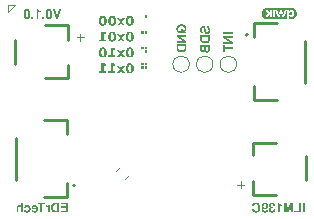
<source format=gbr>
%TF.GenerationSoftware,KiCad,Pcbnew,9.0.1-9.0.1-0~ubuntu24.04.1*%
%TF.CreationDate,2025-05-10T10:43:36+02:00*%
%TF.ProjectId,ILM139C,494c4d31-3339-4432-9e6b-696361645f70,V0.1.0*%
%TF.SameCoordinates,Original*%
%TF.FileFunction,Legend,Bot*%
%TF.FilePolarity,Positive*%
%FSLAX46Y46*%
G04 Gerber Fmt 4.6, Leading zero omitted, Abs format (unit mm)*
G04 Created by KiCad (PCBNEW 9.0.1-9.0.1-0~ubuntu24.04.1) date 2025-05-10 10:43:36*
%MOMM*%
%LPD*%
G01*
G04 APERTURE LIST*
%ADD10C,0.100000*%
%ADD11C,0.200000*%
%ADD12C,0.120000*%
%ADD13C,0.250000*%
%ADD14C,0.000000*%
G04 APERTURE END LIST*
D10*
X90050000Y-51958501D02*
X90650000Y-51958501D01*
X90650000Y-51958501D02*
X90050000Y-52558501D01*
X109750000Y-67458501D02*
X109750000Y-66858501D01*
X90050000Y-52558501D02*
X90050000Y-51958501D01*
X95850000Y-54658501D02*
X96450000Y-54658501D01*
X96150000Y-54958501D02*
X96150000Y-54358501D01*
X109450000Y-67158501D02*
X110050000Y-67158501D01*
D11*
G36*
X106565161Y-54356973D02*
G01*
X106531791Y-54355193D01*
X106500555Y-54350338D01*
X106472728Y-54342855D01*
X106446909Y-54332628D01*
X106423804Y-54320110D01*
X106402642Y-54305066D01*
X106366531Y-54267876D01*
X106338014Y-54220331D01*
X106317352Y-54160987D01*
X106305605Y-54088014D01*
X106303528Y-54036624D01*
X106305080Y-53993772D01*
X106309694Y-53953816D01*
X106316900Y-53918432D01*
X106326784Y-53885828D01*
X106338667Y-53857357D01*
X106352891Y-53831541D01*
X106368723Y-53809285D01*
X106386628Y-53789587D01*
X106406045Y-53772892D01*
X106427353Y-53758729D01*
X106475203Y-53738272D01*
X106530919Y-53728342D01*
X106554023Y-53727510D01*
X106586634Y-53729102D01*
X106616228Y-53733987D01*
X106639932Y-53741159D01*
X106661518Y-53751136D01*
X106679987Y-53763189D01*
X106696761Y-53777923D01*
X106725689Y-53816024D01*
X106750107Y-53869674D01*
X106770570Y-53946106D01*
X106772718Y-53957099D01*
X106794993Y-54071355D01*
X106805330Y-54117222D01*
X106817535Y-54154096D01*
X106828416Y-54176555D01*
X106840900Y-54194389D01*
X106853096Y-54206236D01*
X106866786Y-54215023D01*
X106898160Y-54223979D01*
X106913304Y-54224789D01*
X106931232Y-54223243D01*
X106947760Y-54218679D01*
X106975885Y-54201343D01*
X106998363Y-54172702D01*
X107014528Y-54131229D01*
X107022315Y-54075280D01*
X107022628Y-54060169D01*
X107021074Y-54026097D01*
X107016455Y-53995363D01*
X107009492Y-53969913D01*
X106999996Y-53947417D01*
X106988870Y-53929097D01*
X106975612Y-53913431D01*
X106960890Y-53900903D01*
X106944267Y-53890892D01*
X106905367Y-53878531D01*
X106887610Y-53876499D01*
X106887610Y-53712954D01*
X106921844Y-53716500D01*
X106953882Y-53723012D01*
X106982551Y-53732021D01*
X107009141Y-53743695D01*
X107033006Y-53757586D01*
X107054852Y-53773938D01*
X107092133Y-53813556D01*
X107121497Y-53863193D01*
X107142704Y-53924117D01*
X107154782Y-53997930D01*
X107157010Y-54051181D01*
X107155458Y-54095988D01*
X107150846Y-54137937D01*
X107143612Y-54175397D01*
X107133685Y-54210067D01*
X107121719Y-54240557D01*
X107107393Y-54268351D01*
X107091460Y-54292445D01*
X107073443Y-54313928D01*
X107053998Y-54332231D01*
X107032674Y-54347960D01*
X107009817Y-54360910D01*
X106985208Y-54371242D01*
X106930554Y-54383877D01*
X106893228Y-54386087D01*
X106860211Y-54384508D01*
X106830045Y-54379712D01*
X106805160Y-54372536D01*
X106782445Y-54362590D01*
X106762867Y-54350557D01*
X106745106Y-54335923D01*
X106714831Y-54298694D01*
X106690061Y-54247815D01*
X106670535Y-54178092D01*
X106668915Y-54169932D01*
X106644393Y-54042242D01*
X106631629Y-53985905D01*
X106617647Y-53944127D01*
X106607245Y-53923830D01*
X106595456Y-53908556D01*
X106584200Y-53899236D01*
X106571513Y-53892847D01*
X106538392Y-53887685D01*
X106520931Y-53889229D01*
X106504862Y-53893784D01*
X106477718Y-53911060D01*
X106456653Y-53939397D01*
X106442651Y-53979908D01*
X106437959Y-54028808D01*
X106439514Y-54061633D01*
X106444144Y-54091114D01*
X106451083Y-54115260D01*
X106460548Y-54136488D01*
X106471615Y-54153619D01*
X106484810Y-54168146D01*
X106499528Y-54179661D01*
X106516167Y-54188694D01*
X106555537Y-54199250D01*
X106565161Y-54200169D01*
X106565161Y-54356973D01*
G37*
G36*
X107132000Y-54828948D02*
G01*
X107130418Y-54876433D01*
X107125597Y-54919326D01*
X107118525Y-54953784D01*
X107108741Y-54985134D01*
X107097148Y-55011691D01*
X107083081Y-55035956D01*
X107048217Y-55077477D01*
X107036842Y-55087699D01*
X106982436Y-55125231D01*
X106917344Y-55154870D01*
X106841738Y-55175406D01*
X106756270Y-55185446D01*
X106723479Y-55186226D01*
X106677777Y-55184673D01*
X106633758Y-55180055D01*
X106592296Y-55172587D01*
X106552792Y-55162274D01*
X106516291Y-55149525D01*
X106481962Y-55134177D01*
X106450855Y-55116841D01*
X106422077Y-55097154D01*
X106410115Y-55087699D01*
X106389164Y-55067848D01*
X106371040Y-55046135D01*
X106356331Y-55023519D01*
X106344031Y-54998802D01*
X106326210Y-54941543D01*
X106317052Y-54868405D01*
X106316033Y-54828948D01*
X106456033Y-54828948D01*
X106457598Y-54856968D01*
X106462298Y-54882734D01*
X106469505Y-54904711D01*
X106479448Y-54924736D01*
X106491651Y-54942222D01*
X106506417Y-54957892D01*
X106544028Y-54983988D01*
X106594720Y-55003444D01*
X106662136Y-55015373D01*
X106724602Y-55018236D01*
X106771299Y-55016672D01*
X106813488Y-55011977D01*
X106847887Y-55005000D01*
X106878589Y-54995436D01*
X106903479Y-54984399D01*
X106925278Y-54971184D01*
X106942904Y-54956823D01*
X106957825Y-54940546D01*
X106979117Y-54903400D01*
X106990331Y-54858252D01*
X106992048Y-54828948D01*
X106992048Y-54677762D01*
X106456033Y-54677762D01*
X106456033Y-54828948D01*
X106316033Y-54828948D01*
X106316033Y-54509771D01*
X107132000Y-54509771D01*
X107132000Y-54828948D01*
G37*
G36*
X107132000Y-55690881D02*
G01*
X107130408Y-55736412D01*
X107125519Y-55776995D01*
X107118488Y-55808563D01*
X107108744Y-55837166D01*
X107097131Y-55861447D01*
X107082978Y-55883740D01*
X107072648Y-55896973D01*
X107036183Y-55930957D01*
X106989482Y-55957792D01*
X106963490Y-55967389D01*
X106936647Y-55973935D01*
X106897184Y-55977573D01*
X106871124Y-55975999D01*
X106846231Y-55971235D01*
X106823503Y-55963651D01*
X106801742Y-55953046D01*
X106760951Y-55922563D01*
X106721991Y-55877291D01*
X106699445Y-55842067D01*
X106676282Y-55875330D01*
X106653169Y-55902204D01*
X106633692Y-55919869D01*
X106613551Y-55933629D01*
X106594154Y-55943022D01*
X106573680Y-55949450D01*
X106531211Y-55954077D01*
X106484531Y-55948029D01*
X106437618Y-55929603D01*
X106415223Y-55915812D01*
X106394422Y-55899325D01*
X106375433Y-55880169D01*
X106358522Y-55858086D01*
X106344606Y-55834403D01*
X106326063Y-55783671D01*
X106316992Y-55720724D01*
X106316033Y-55687510D01*
X106316033Y-55674077D01*
X106456033Y-55674077D01*
X106457591Y-55702450D01*
X106462246Y-55727007D01*
X106468943Y-55745580D01*
X106478034Y-55761108D01*
X106488444Y-55772643D01*
X106500827Y-55781592D01*
X106530893Y-55791591D01*
X106548064Y-55792779D01*
X106567933Y-55791219D01*
X106585443Y-55786552D01*
X106599399Y-55779570D01*
X106611361Y-55770014D01*
X106629051Y-55743741D01*
X106639274Y-55705155D01*
X106640076Y-55692004D01*
X106781169Y-55692004D01*
X106782730Y-55719915D01*
X106787406Y-55744356D01*
X106794205Y-55763223D01*
X106803470Y-55779270D01*
X106814226Y-55791578D01*
X106827077Y-55801432D01*
X106858606Y-55813615D01*
X106887170Y-55816324D01*
X106908902Y-55814765D01*
X106928156Y-55810107D01*
X106943621Y-55803134D01*
X106956973Y-55793598D01*
X106976820Y-55767824D01*
X106988836Y-55731003D01*
X106992048Y-55692004D01*
X106992048Y-55491530D01*
X106781169Y-55491530D01*
X106781169Y-55692004D01*
X106640076Y-55692004D01*
X106641169Y-55674077D01*
X106641169Y-55491530D01*
X106456033Y-55491530D01*
X106456033Y-55674077D01*
X106316033Y-55674077D01*
X106316033Y-55323540D01*
X107132000Y-55323540D01*
X107132000Y-55690881D01*
G37*
G36*
X108266033Y-54395479D02*
G01*
X108266033Y-54227489D01*
X109082000Y-54227489D01*
X109082000Y-54395479D01*
X108266033Y-54395479D01*
G37*
G36*
X109082000Y-55040329D02*
G01*
X109082000Y-55208319D01*
X108266033Y-55208319D01*
X108266033Y-55040329D01*
X108821197Y-55040329D01*
X108266033Y-54716610D01*
X108266033Y-54544174D01*
X109082000Y-54544174D01*
X109082000Y-54712164D01*
X108517896Y-54712164D01*
X109082000Y-55040329D01*
G37*
G36*
X108406033Y-55707356D02*
G01*
X108406033Y-55945884D01*
X108266033Y-55945884D01*
X108266033Y-55291801D01*
X108406033Y-55291801D01*
X108406033Y-55539366D01*
X109082000Y-55539366D01*
X109082000Y-55707356D01*
X108406033Y-55707356D01*
G37*
G36*
X101847906Y-52799378D02*
G01*
X101629308Y-52799378D01*
X101629308Y-53017976D01*
X101847906Y-53017976D01*
X101847906Y-52799378D01*
G37*
G36*
X100422558Y-52847718D02*
G01*
X100478278Y-52861460D01*
X100526932Y-52883509D01*
X100569618Y-52913857D01*
X100607054Y-52953105D01*
X100636630Y-52997460D01*
X100660633Y-53049665D01*
X100678760Y-53110950D01*
X100690365Y-53182778D01*
X100694493Y-53266810D01*
X100690370Y-53350569D01*
X100678774Y-53422216D01*
X100660654Y-53483398D01*
X100636648Y-53535563D01*
X100607054Y-53579930D01*
X100569618Y-53619178D01*
X100526932Y-53649526D01*
X100478278Y-53671574D01*
X100422558Y-53685316D01*
X100358366Y-53690132D01*
X100294439Y-53685323D01*
X100238898Y-53671596D01*
X100190350Y-53649557D01*
X100147709Y-53619205D01*
X100110264Y-53579930D01*
X100080671Y-53535563D01*
X100056665Y-53483398D01*
X100038545Y-53422216D01*
X100026949Y-53350569D01*
X100022825Y-53266810D01*
X100022921Y-53264856D01*
X100233216Y-53264856D01*
X100237404Y-53369275D01*
X100247920Y-53438910D01*
X100262183Y-53482916D01*
X100279626Y-53511352D01*
X100300961Y-53530633D01*
X100326741Y-53542246D01*
X100358366Y-53546322D01*
X100390278Y-53542232D01*
X100416228Y-53530598D01*
X100437641Y-53511313D01*
X100455086Y-53482916D01*
X100469350Y-53438910D01*
X100479865Y-53369275D01*
X100484054Y-53264856D01*
X100479864Y-53161568D01*
X100469349Y-53092744D01*
X100455086Y-53049288D01*
X100437689Y-53021321D01*
X100416303Y-53002279D01*
X100390338Y-52990765D01*
X100358366Y-52986713D01*
X100326399Y-52990769D01*
X100300491Y-53002287D01*
X100279201Y-53021326D01*
X100261939Y-53049288D01*
X100247800Y-53092732D01*
X100237371Y-53161556D01*
X100233216Y-53264856D01*
X100022921Y-53264856D01*
X100026954Y-53182778D01*
X100038559Y-53110950D01*
X100056686Y-53049665D01*
X100080689Y-52997460D01*
X100110264Y-52953105D01*
X100147709Y-52913830D01*
X100190350Y-52883478D01*
X100238898Y-52861439D01*
X100294439Y-52847711D01*
X100358366Y-52842902D01*
X100422558Y-52847718D01*
G37*
G36*
X99720160Y-53360990D02*
G01*
X99940906Y-53061744D01*
X99733788Y-53061744D01*
X99608638Y-53243363D01*
X99481876Y-53061744D01*
X99274758Y-53061744D01*
X99495554Y-53359916D01*
X99263816Y-53674501D01*
X99470934Y-53674501D01*
X99608638Y-53480816D01*
X99744731Y-53674501D01*
X99951848Y-53674501D01*
X99720160Y-53360990D01*
G37*
G36*
X98921148Y-52847718D02*
G01*
X98976868Y-52861460D01*
X99025522Y-52883509D01*
X99068208Y-52913857D01*
X99105645Y-52953105D01*
X99135220Y-52997460D01*
X99159224Y-53049665D01*
X99177350Y-53110950D01*
X99188955Y-53182778D01*
X99193084Y-53266810D01*
X99188960Y-53350569D01*
X99177364Y-53422216D01*
X99159244Y-53483398D01*
X99135238Y-53535563D01*
X99105645Y-53579930D01*
X99068208Y-53619178D01*
X99025522Y-53649526D01*
X98976868Y-53671574D01*
X98921148Y-53685316D01*
X98856957Y-53690132D01*
X98793030Y-53685323D01*
X98737489Y-53671596D01*
X98688941Y-53649557D01*
X98646300Y-53619205D01*
X98608855Y-53579930D01*
X98579261Y-53535563D01*
X98555255Y-53483398D01*
X98537135Y-53422216D01*
X98525539Y-53350569D01*
X98521416Y-53266810D01*
X98521512Y-53264856D01*
X98731807Y-53264856D01*
X98735995Y-53369275D01*
X98746511Y-53438910D01*
X98760774Y-53482916D01*
X98778216Y-53511352D01*
X98799551Y-53530633D01*
X98825331Y-53542246D01*
X98856957Y-53546322D01*
X98888868Y-53542232D01*
X98914818Y-53530598D01*
X98936231Y-53511313D01*
X98953677Y-53482916D01*
X98967940Y-53438910D01*
X98978456Y-53369275D01*
X98982644Y-53264856D01*
X98978455Y-53161568D01*
X98967939Y-53092744D01*
X98953677Y-53049288D01*
X98936280Y-53021321D01*
X98914893Y-53002279D01*
X98888928Y-52990765D01*
X98856957Y-52986713D01*
X98824989Y-52990769D01*
X98799081Y-53002287D01*
X98777792Y-53021326D01*
X98760530Y-53049288D01*
X98746390Y-53092732D01*
X98735962Y-53161556D01*
X98731807Y-53264856D01*
X98521512Y-53264856D01*
X98525544Y-53182778D01*
X98537149Y-53110950D01*
X98555276Y-53049665D01*
X98579279Y-52997460D01*
X98608855Y-52953105D01*
X98646300Y-52913830D01*
X98688941Y-52883478D01*
X98737489Y-52861439D01*
X98793030Y-52847711D01*
X98856957Y-52842902D01*
X98921148Y-52847718D01*
G37*
G36*
X98141916Y-52847718D02*
G01*
X98197636Y-52861460D01*
X98246290Y-52883509D01*
X98288976Y-52913857D01*
X98326412Y-52953105D01*
X98355988Y-52997460D01*
X98379991Y-53049665D01*
X98398118Y-53110950D01*
X98409723Y-53182778D01*
X98413851Y-53266810D01*
X98409728Y-53350569D01*
X98398132Y-53422216D01*
X98380012Y-53483398D01*
X98356006Y-53535563D01*
X98326412Y-53579930D01*
X98288976Y-53619178D01*
X98246290Y-53649526D01*
X98197636Y-53671574D01*
X98141916Y-53685316D01*
X98077724Y-53690132D01*
X98013797Y-53685323D01*
X97958256Y-53671596D01*
X97909708Y-53649557D01*
X97867067Y-53619205D01*
X97829622Y-53579930D01*
X97800029Y-53535563D01*
X97776023Y-53483398D01*
X97757903Y-53422216D01*
X97746307Y-53350569D01*
X97742183Y-53266810D01*
X97742279Y-53264856D01*
X97952574Y-53264856D01*
X97956762Y-53369275D01*
X97967278Y-53438910D01*
X97981541Y-53482916D01*
X97998984Y-53511352D01*
X98020319Y-53530633D01*
X98046099Y-53542246D01*
X98077724Y-53546322D01*
X98109636Y-53542232D01*
X98135586Y-53530598D01*
X98156999Y-53511313D01*
X98174444Y-53482916D01*
X98188708Y-53438910D01*
X98199223Y-53369275D01*
X98203412Y-53264856D01*
X98199222Y-53161568D01*
X98188707Y-53092744D01*
X98174444Y-53049288D01*
X98157047Y-53021321D01*
X98135661Y-53002279D01*
X98109696Y-52990765D01*
X98077724Y-52986713D01*
X98045757Y-52990769D01*
X98019849Y-53002287D01*
X97998559Y-53021326D01*
X97981297Y-53049288D01*
X97967158Y-53092732D01*
X97956729Y-53161556D01*
X97952574Y-53264856D01*
X97742279Y-53264856D01*
X97746312Y-53182778D01*
X97757917Y-53110950D01*
X97776044Y-53049665D01*
X97800047Y-52997460D01*
X97829622Y-52953105D01*
X97867067Y-52913830D01*
X97909708Y-52883478D01*
X97958256Y-52861439D01*
X98013797Y-52847711D01*
X98077724Y-52842902D01*
X98141916Y-52847718D01*
G37*
G36*
X101847906Y-54143378D02*
G01*
X101629308Y-54143378D01*
X101629308Y-54361976D01*
X101847906Y-54361976D01*
X101847906Y-54143378D01*
G37*
G36*
X101519985Y-54143378D02*
G01*
X101301388Y-54143378D01*
X101301388Y-54361976D01*
X101519985Y-54361976D01*
X101519985Y-54143378D01*
G37*
G36*
X100422558Y-54191718D02*
G01*
X100478278Y-54205460D01*
X100526932Y-54227509D01*
X100569618Y-54257857D01*
X100607054Y-54297105D01*
X100636630Y-54341460D01*
X100660633Y-54393665D01*
X100678760Y-54454950D01*
X100690365Y-54526778D01*
X100694493Y-54610810D01*
X100690370Y-54694569D01*
X100678774Y-54766216D01*
X100660654Y-54827398D01*
X100636648Y-54879563D01*
X100607054Y-54923930D01*
X100569618Y-54963178D01*
X100526932Y-54993526D01*
X100478278Y-55015574D01*
X100422558Y-55029316D01*
X100358366Y-55034132D01*
X100294439Y-55029323D01*
X100238898Y-55015596D01*
X100190350Y-54993557D01*
X100147709Y-54963205D01*
X100110264Y-54923930D01*
X100080671Y-54879563D01*
X100056665Y-54827398D01*
X100038545Y-54766216D01*
X100026949Y-54694569D01*
X100022825Y-54610810D01*
X100022921Y-54608856D01*
X100233216Y-54608856D01*
X100237404Y-54713275D01*
X100247920Y-54782910D01*
X100262183Y-54826916D01*
X100279626Y-54855352D01*
X100300961Y-54874633D01*
X100326741Y-54886246D01*
X100358366Y-54890322D01*
X100390278Y-54886232D01*
X100416228Y-54874598D01*
X100437641Y-54855313D01*
X100455086Y-54826916D01*
X100469350Y-54782910D01*
X100479865Y-54713275D01*
X100484054Y-54608856D01*
X100479864Y-54505568D01*
X100469349Y-54436744D01*
X100455086Y-54393288D01*
X100437689Y-54365321D01*
X100416303Y-54346279D01*
X100390338Y-54334765D01*
X100358366Y-54330713D01*
X100326399Y-54334769D01*
X100300491Y-54346287D01*
X100279201Y-54365326D01*
X100261939Y-54393288D01*
X100247800Y-54436732D01*
X100237371Y-54505556D01*
X100233216Y-54608856D01*
X100022921Y-54608856D01*
X100026954Y-54526778D01*
X100038559Y-54454950D01*
X100056686Y-54393665D01*
X100080689Y-54341460D01*
X100110264Y-54297105D01*
X100147709Y-54257830D01*
X100190350Y-54227478D01*
X100238898Y-54205439D01*
X100294439Y-54191711D01*
X100358366Y-54186902D01*
X100422558Y-54191718D01*
G37*
G36*
X99720160Y-54704990D02*
G01*
X99940906Y-54405744D01*
X99733788Y-54405744D01*
X99608638Y-54587363D01*
X99481876Y-54405744D01*
X99274758Y-54405744D01*
X99495554Y-54703916D01*
X99263816Y-55018501D01*
X99470934Y-55018501D01*
X99608638Y-54824816D01*
X99744731Y-55018501D01*
X99951848Y-55018501D01*
X99720160Y-54704990D01*
G37*
G36*
X98921148Y-54191718D02*
G01*
X98976868Y-54205460D01*
X99025522Y-54227509D01*
X99068208Y-54257857D01*
X99105645Y-54297105D01*
X99135220Y-54341460D01*
X99159224Y-54393665D01*
X99177350Y-54454950D01*
X99188955Y-54526778D01*
X99193084Y-54610810D01*
X99188960Y-54694569D01*
X99177364Y-54766216D01*
X99159244Y-54827398D01*
X99135238Y-54879563D01*
X99105645Y-54923930D01*
X99068208Y-54963178D01*
X99025522Y-54993526D01*
X98976868Y-55015574D01*
X98921148Y-55029316D01*
X98856957Y-55034132D01*
X98793030Y-55029323D01*
X98737489Y-55015596D01*
X98688941Y-54993557D01*
X98646300Y-54963205D01*
X98608855Y-54923930D01*
X98579261Y-54879563D01*
X98555255Y-54827398D01*
X98537135Y-54766216D01*
X98525539Y-54694569D01*
X98521416Y-54610810D01*
X98521512Y-54608856D01*
X98731807Y-54608856D01*
X98735995Y-54713275D01*
X98746511Y-54782910D01*
X98760774Y-54826916D01*
X98778216Y-54855352D01*
X98799551Y-54874633D01*
X98825331Y-54886246D01*
X98856957Y-54890322D01*
X98888868Y-54886232D01*
X98914818Y-54874598D01*
X98936231Y-54855313D01*
X98953677Y-54826916D01*
X98967940Y-54782910D01*
X98978456Y-54713275D01*
X98982644Y-54608856D01*
X98978455Y-54505568D01*
X98967939Y-54436744D01*
X98953677Y-54393288D01*
X98936280Y-54365321D01*
X98914893Y-54346279D01*
X98888928Y-54334765D01*
X98856957Y-54330713D01*
X98824989Y-54334769D01*
X98799081Y-54346287D01*
X98777792Y-54365326D01*
X98760530Y-54393288D01*
X98746390Y-54436732D01*
X98735962Y-54505556D01*
X98731807Y-54608856D01*
X98521512Y-54608856D01*
X98525544Y-54526778D01*
X98537149Y-54454950D01*
X98555276Y-54393665D01*
X98579279Y-54341460D01*
X98608855Y-54297105D01*
X98646300Y-54257830D01*
X98688941Y-54227478D01*
X98737489Y-54205439D01*
X98793030Y-54191711D01*
X98856957Y-54186902D01*
X98921148Y-54191718D01*
G37*
G36*
X98336231Y-54871564D02*
G01*
X98150411Y-54871564D01*
X98150411Y-54346344D01*
X98341165Y-54386986D01*
X98341165Y-54243176D01*
X98151534Y-54202534D01*
X97951500Y-54202534D01*
X97951500Y-54871564D01*
X97765680Y-54871564D01*
X97765680Y-55018501D01*
X98336231Y-55018501D01*
X98336231Y-54871564D01*
G37*
G36*
X101847906Y-55487378D02*
G01*
X101629308Y-55487378D01*
X101629308Y-55705976D01*
X101847906Y-55705976D01*
X101847906Y-55487378D01*
G37*
G36*
X101847906Y-55778125D02*
G01*
X101629308Y-55778125D01*
X101629308Y-55996722D01*
X101847906Y-55996722D01*
X101847906Y-55778125D01*
G37*
G36*
X101519985Y-55487378D02*
G01*
X101301388Y-55487378D01*
X101301388Y-55705976D01*
X101519985Y-55705976D01*
X101519985Y-55487378D01*
G37*
G36*
X100422558Y-55535718D02*
G01*
X100478278Y-55549460D01*
X100526932Y-55571509D01*
X100569618Y-55601857D01*
X100607054Y-55641105D01*
X100636630Y-55685460D01*
X100660633Y-55737665D01*
X100678760Y-55798950D01*
X100690365Y-55870778D01*
X100694493Y-55954810D01*
X100690370Y-56038569D01*
X100678774Y-56110216D01*
X100660654Y-56171398D01*
X100636648Y-56223563D01*
X100607054Y-56267930D01*
X100569618Y-56307178D01*
X100526932Y-56337526D01*
X100478278Y-56359574D01*
X100422558Y-56373316D01*
X100358366Y-56378132D01*
X100294439Y-56373323D01*
X100238898Y-56359596D01*
X100190350Y-56337557D01*
X100147709Y-56307205D01*
X100110264Y-56267930D01*
X100080671Y-56223563D01*
X100056665Y-56171398D01*
X100038545Y-56110216D01*
X100026949Y-56038569D01*
X100022825Y-55954810D01*
X100022921Y-55952856D01*
X100233216Y-55952856D01*
X100237404Y-56057275D01*
X100247920Y-56126910D01*
X100262183Y-56170916D01*
X100279626Y-56199352D01*
X100300961Y-56218633D01*
X100326741Y-56230246D01*
X100358366Y-56234322D01*
X100390278Y-56230232D01*
X100416228Y-56218598D01*
X100437641Y-56199313D01*
X100455086Y-56170916D01*
X100469350Y-56126910D01*
X100479865Y-56057275D01*
X100484054Y-55952856D01*
X100479864Y-55849568D01*
X100469349Y-55780744D01*
X100455086Y-55737288D01*
X100437689Y-55709321D01*
X100416303Y-55690279D01*
X100390338Y-55678765D01*
X100358366Y-55674713D01*
X100326399Y-55678769D01*
X100300491Y-55690287D01*
X100279201Y-55709326D01*
X100261939Y-55737288D01*
X100247800Y-55780732D01*
X100237371Y-55849556D01*
X100233216Y-55952856D01*
X100022921Y-55952856D01*
X100026954Y-55870778D01*
X100038559Y-55798950D01*
X100056686Y-55737665D01*
X100080689Y-55685460D01*
X100110264Y-55641105D01*
X100147709Y-55601830D01*
X100190350Y-55571478D01*
X100238898Y-55549439D01*
X100294439Y-55535711D01*
X100358366Y-55530902D01*
X100422558Y-55535718D01*
G37*
G36*
X99720160Y-56048990D02*
G01*
X99940906Y-55749744D01*
X99733788Y-55749744D01*
X99608638Y-55931363D01*
X99481876Y-55749744D01*
X99274758Y-55749744D01*
X99495554Y-56047916D01*
X99263816Y-56362501D01*
X99470934Y-56362501D01*
X99608638Y-56168816D01*
X99744731Y-56362501D01*
X99951848Y-56362501D01*
X99720160Y-56048990D01*
G37*
G36*
X99115463Y-56215564D02*
G01*
X98929643Y-56215564D01*
X98929643Y-55690344D01*
X99120397Y-55730986D01*
X99120397Y-55587176D01*
X98930767Y-55546534D01*
X98730732Y-55546534D01*
X98730732Y-56215564D01*
X98544912Y-56215564D01*
X98544912Y-56362501D01*
X99115463Y-56362501D01*
X99115463Y-56215564D01*
G37*
G36*
X98141916Y-55535718D02*
G01*
X98197636Y-55549460D01*
X98246290Y-55571509D01*
X98288976Y-55601857D01*
X98326412Y-55641105D01*
X98355988Y-55685460D01*
X98379991Y-55737665D01*
X98398118Y-55798950D01*
X98409723Y-55870778D01*
X98413851Y-55954810D01*
X98409728Y-56038569D01*
X98398132Y-56110216D01*
X98380012Y-56171398D01*
X98356006Y-56223563D01*
X98326412Y-56267930D01*
X98288976Y-56307178D01*
X98246290Y-56337526D01*
X98197636Y-56359574D01*
X98141916Y-56373316D01*
X98077724Y-56378132D01*
X98013797Y-56373323D01*
X97958256Y-56359596D01*
X97909708Y-56337557D01*
X97867067Y-56307205D01*
X97829622Y-56267930D01*
X97800029Y-56223563D01*
X97776023Y-56171398D01*
X97757903Y-56110216D01*
X97746307Y-56038569D01*
X97742183Y-55954810D01*
X97742279Y-55952856D01*
X97952574Y-55952856D01*
X97956762Y-56057275D01*
X97967278Y-56126910D01*
X97981541Y-56170916D01*
X97998984Y-56199352D01*
X98020319Y-56218633D01*
X98046099Y-56230246D01*
X98077724Y-56234322D01*
X98109636Y-56230232D01*
X98135586Y-56218598D01*
X98156999Y-56199313D01*
X98174444Y-56170916D01*
X98188708Y-56126910D01*
X98199223Y-56057275D01*
X98203412Y-55952856D01*
X98199222Y-55849568D01*
X98188707Y-55780744D01*
X98174444Y-55737288D01*
X98157047Y-55709321D01*
X98135661Y-55690279D01*
X98109696Y-55678765D01*
X98077724Y-55674713D01*
X98045757Y-55678769D01*
X98019849Y-55690287D01*
X97998559Y-55709326D01*
X97981297Y-55737288D01*
X97967158Y-55780732D01*
X97956729Y-55849556D01*
X97952574Y-55952856D01*
X97742279Y-55952856D01*
X97746312Y-55870778D01*
X97757917Y-55798950D01*
X97776044Y-55737665D01*
X97800047Y-55685460D01*
X97829622Y-55641105D01*
X97867067Y-55601830D01*
X97909708Y-55571478D01*
X97958256Y-55549439D01*
X98013797Y-55535711D01*
X98077724Y-55530902D01*
X98141916Y-55535718D01*
G37*
G36*
X101847906Y-56831378D02*
G01*
X101629308Y-56831378D01*
X101629308Y-57049976D01*
X101847906Y-57049976D01*
X101847906Y-56831378D01*
G37*
G36*
X101847906Y-57122125D02*
G01*
X101629308Y-57122125D01*
X101629308Y-57340722D01*
X101847906Y-57340722D01*
X101847906Y-57122125D01*
G37*
G36*
X101519985Y-56831378D02*
G01*
X101301388Y-56831378D01*
X101301388Y-57049976D01*
X101519985Y-57049976D01*
X101519985Y-56831378D01*
G37*
G36*
X101519985Y-57122125D02*
G01*
X101301388Y-57122125D01*
X101301388Y-57340722D01*
X101519985Y-57340722D01*
X101519985Y-57122125D01*
G37*
G36*
X100422558Y-56879718D02*
G01*
X100478278Y-56893460D01*
X100526932Y-56915509D01*
X100569618Y-56945857D01*
X100607054Y-56985105D01*
X100636630Y-57029460D01*
X100660633Y-57081665D01*
X100678760Y-57142950D01*
X100690365Y-57214778D01*
X100694493Y-57298810D01*
X100690370Y-57382569D01*
X100678774Y-57454216D01*
X100660654Y-57515398D01*
X100636648Y-57567563D01*
X100607054Y-57611930D01*
X100569618Y-57651178D01*
X100526932Y-57681526D01*
X100478278Y-57703574D01*
X100422558Y-57717316D01*
X100358366Y-57722132D01*
X100294439Y-57717323D01*
X100238898Y-57703596D01*
X100190350Y-57681557D01*
X100147709Y-57651205D01*
X100110264Y-57611930D01*
X100080671Y-57567563D01*
X100056665Y-57515398D01*
X100038545Y-57454216D01*
X100026949Y-57382569D01*
X100022825Y-57298810D01*
X100022921Y-57296856D01*
X100233216Y-57296856D01*
X100237404Y-57401275D01*
X100247920Y-57470910D01*
X100262183Y-57514916D01*
X100279626Y-57543352D01*
X100300961Y-57562633D01*
X100326741Y-57574246D01*
X100358366Y-57578322D01*
X100390278Y-57574232D01*
X100416228Y-57562598D01*
X100437641Y-57543313D01*
X100455086Y-57514916D01*
X100469350Y-57470910D01*
X100479865Y-57401275D01*
X100484054Y-57296856D01*
X100479864Y-57193568D01*
X100469349Y-57124744D01*
X100455086Y-57081288D01*
X100437689Y-57053321D01*
X100416303Y-57034279D01*
X100390338Y-57022765D01*
X100358366Y-57018713D01*
X100326399Y-57022769D01*
X100300491Y-57034287D01*
X100279201Y-57053326D01*
X100261939Y-57081288D01*
X100247800Y-57124732D01*
X100237371Y-57193556D01*
X100233216Y-57296856D01*
X100022921Y-57296856D01*
X100026954Y-57214778D01*
X100038559Y-57142950D01*
X100056686Y-57081665D01*
X100080689Y-57029460D01*
X100110264Y-56985105D01*
X100147709Y-56945830D01*
X100190350Y-56915478D01*
X100238898Y-56893439D01*
X100294439Y-56879711D01*
X100358366Y-56874902D01*
X100422558Y-56879718D01*
G37*
G36*
X99720160Y-57392990D02*
G01*
X99940906Y-57093744D01*
X99733788Y-57093744D01*
X99608638Y-57275363D01*
X99481876Y-57093744D01*
X99274758Y-57093744D01*
X99495554Y-57391916D01*
X99263816Y-57706501D01*
X99470934Y-57706501D01*
X99608638Y-57512816D01*
X99744731Y-57706501D01*
X99951848Y-57706501D01*
X99720160Y-57392990D01*
G37*
G36*
X99115463Y-57559564D02*
G01*
X98929643Y-57559564D01*
X98929643Y-57034344D01*
X99120397Y-57074986D01*
X99120397Y-56931176D01*
X98930767Y-56890534D01*
X98730732Y-56890534D01*
X98730732Y-57559564D01*
X98544912Y-57559564D01*
X98544912Y-57706501D01*
X99115463Y-57706501D01*
X99115463Y-57559564D01*
G37*
G36*
X98336231Y-57559564D02*
G01*
X98150411Y-57559564D01*
X98150411Y-57034344D01*
X98341165Y-57074986D01*
X98341165Y-56931176D01*
X98151534Y-56890534D01*
X97951500Y-56890534D01*
X97951500Y-57559564D01*
X97765680Y-57559564D01*
X97765680Y-57706501D01*
X98336231Y-57706501D01*
X98336231Y-57559564D01*
G37*
G36*
X115006182Y-68674534D02*
G01*
X115174172Y-68674534D01*
X115174172Y-69490501D01*
X115006182Y-69490501D01*
X115006182Y-68674534D01*
G37*
G36*
X114676063Y-68674534D02*
G01*
X114844054Y-68674534D01*
X114844054Y-69490501D01*
X114285177Y-69490501D01*
X114285177Y-69350549D01*
X114676063Y-69350549D01*
X114676063Y-68674534D01*
G37*
G36*
X114020369Y-68854785D02*
G01*
X113873677Y-69490501D01*
X113705638Y-69490501D01*
X113561192Y-68854785D01*
X113561192Y-69490501D01*
X113393202Y-69490501D01*
X113393202Y-68674534D01*
X113646287Y-68674534D01*
X113789657Y-69323731D01*
X113937473Y-68674534D01*
X114188359Y-68674534D01*
X114188359Y-69490501D01*
X114020369Y-69490501D01*
X114020369Y-68854785D01*
G37*
G36*
X113063328Y-68942859D02*
G01*
X113063328Y-69490501D01*
X112906524Y-69490501D01*
X112906524Y-68696467D01*
X113010669Y-68696467D01*
X113018536Y-68720313D01*
X113029063Y-68742001D01*
X113041693Y-68760821D01*
X113056767Y-68777627D01*
X113094075Y-68805087D01*
X113142644Y-68824931D01*
X113205106Y-68836468D01*
X113253691Y-68838714D01*
X113253691Y-68942859D01*
X113063328Y-68942859D01*
G37*
G36*
X112464689Y-69135567D02*
G01*
X112406589Y-69136544D01*
X112372853Y-69143383D01*
X112354518Y-69150033D01*
X112338030Y-69159256D01*
X112311063Y-69184806D01*
X112293410Y-69218598D01*
X112288570Y-69238102D01*
X112286660Y-69258990D01*
X112286636Y-69261694D01*
X112288166Y-69282697D01*
X112292626Y-69302169D01*
X112299826Y-69319944D01*
X112309567Y-69335821D01*
X112335909Y-69361169D01*
X112352113Y-69370262D01*
X112370073Y-69376719D01*
X112404214Y-69381129D01*
X112427553Y-69379570D01*
X112448398Y-69374912D01*
X112465371Y-69367905D01*
X112480199Y-69358315D01*
X112502714Y-69332547D01*
X112517325Y-69296301D01*
X112522916Y-69257249D01*
X112675275Y-69257249D01*
X112673493Y-69290282D01*
X112668687Y-69321427D01*
X112661158Y-69349948D01*
X112650914Y-69376498D01*
X112638298Y-69400563D01*
X112623227Y-69422571D01*
X112605956Y-69442266D01*
X112586432Y-69459788D01*
X112540831Y-69488064D01*
X112486362Y-69506877D01*
X112422846Y-69515216D01*
X112407585Y-69515511D01*
X112371865Y-69513965D01*
X112338153Y-69509395D01*
X112307179Y-69502085D01*
X112278337Y-69492067D01*
X112252271Y-69479732D01*
X112228443Y-69464985D01*
X112207314Y-69448243D01*
X112188528Y-69429348D01*
X112172336Y-69408617D01*
X112158616Y-69385945D01*
X112138956Y-69335151D01*
X112130199Y-69277070D01*
X112129832Y-69261694D01*
X112131408Y-69231317D01*
X112136190Y-69203314D01*
X112143464Y-69179595D01*
X112153565Y-69157651D01*
X112181390Y-69119807D01*
X112221534Y-69086760D01*
X112259720Y-69065225D01*
X112231178Y-69045396D01*
X112207479Y-69024721D01*
X112190629Y-69005759D01*
X112177217Y-68985716D01*
X112167625Y-68965665D01*
X112160885Y-68944303D01*
X112155575Y-68896697D01*
X112157121Y-68868704D01*
X112161693Y-68842311D01*
X112169040Y-68818005D01*
X112179118Y-68795407D01*
X112206887Y-68755868D01*
X112244638Y-68723803D01*
X112292448Y-68699797D01*
X112350492Y-68684987D01*
X112407585Y-68680787D01*
X112441900Y-68682334D01*
X112474383Y-68686916D01*
X112504216Y-68694245D01*
X112531973Y-68704302D01*
X112556815Y-68716612D01*
X112579398Y-68731340D01*
X112599036Y-68747890D01*
X112616269Y-68766574D01*
X112630662Y-68786834D01*
X112642504Y-68808998D01*
X112646112Y-68817416D01*
X112657207Y-68851835D01*
X112663175Y-68889040D01*
X112665163Y-68946914D01*
X112519594Y-68946914D01*
X112516711Y-68902287D01*
X112510246Y-68871633D01*
X112507236Y-68863187D01*
X112489471Y-68836645D01*
X112461989Y-68817715D01*
X112425636Y-68808105D01*
X112410955Y-68807353D01*
X112390029Y-68808900D01*
X112371403Y-68813477D01*
X112356100Y-68820437D01*
X112342969Y-68829898D01*
X112323900Y-68855189D01*
X112313729Y-68890031D01*
X112312379Y-68911205D01*
X112313943Y-68935482D01*
X112318642Y-68956965D01*
X112325592Y-68973990D01*
X112335115Y-68988757D01*
X112360528Y-69010761D01*
X112396522Y-69024895D01*
X112446957Y-69030612D01*
X112451255Y-69030640D01*
X112464689Y-69030640D01*
X112464689Y-69135567D01*
G37*
G36*
X111818087Y-68682330D02*
G01*
X111848115Y-68686884D01*
X111876420Y-68694290D01*
X111903038Y-68704448D01*
X111927818Y-68717216D01*
X111950707Y-68732496D01*
X111990447Y-68770203D01*
X112021463Y-68816871D01*
X112042792Y-68871834D01*
X112049494Y-68902267D01*
X112053331Y-68934364D01*
X112054263Y-68960591D01*
X112052720Y-68995765D01*
X112048174Y-69029130D01*
X112040834Y-69060243D01*
X112030789Y-69089299D01*
X112018366Y-69115772D01*
X112003549Y-69139977D01*
X111986781Y-69161409D01*
X111967921Y-69180398D01*
X111947458Y-69196555D01*
X111925182Y-69210109D01*
X111901508Y-69220821D01*
X111876267Y-69228761D01*
X111849698Y-69233795D01*
X111821772Y-69235855D01*
X111816810Y-69235902D01*
X111766736Y-69230007D01*
X111743836Y-69222847D01*
X111723727Y-69213262D01*
X111713740Y-69206788D01*
X111697477Y-69193423D01*
X111677946Y-69172657D01*
X111664524Y-69157526D01*
X111664500Y-69157500D01*
X111666068Y-69205581D01*
X111670789Y-69247795D01*
X111677551Y-69280052D01*
X111686781Y-69307882D01*
X111697067Y-69328930D01*
X111709330Y-69346546D01*
X111722344Y-69359726D01*
X111737046Y-69370059D01*
X111770572Y-69382098D01*
X111795512Y-69384255D01*
X111816525Y-69382722D01*
X111835374Y-69378245D01*
X111851310Y-69371314D01*
X111864881Y-69361980D01*
X111875576Y-69350839D01*
X111883744Y-69337756D01*
X111889179Y-69323060D01*
X111891840Y-69306754D01*
X111891841Y-69306732D01*
X112043028Y-69306732D01*
X112040775Y-69332622D01*
X112035570Y-69357366D01*
X112016563Y-69403506D01*
X111986637Y-69444011D01*
X111946550Y-69477383D01*
X111897446Y-69501895D01*
X111869996Y-69510295D01*
X111840928Y-69515870D01*
X111800006Y-69518637D01*
X111767087Y-69517080D01*
X111736021Y-69512433D01*
X111707907Y-69505073D01*
X111681596Y-69494916D01*
X111657690Y-69482332D01*
X111635579Y-69467144D01*
X111597084Y-69429296D01*
X111573788Y-69395441D01*
X111547983Y-69339415D01*
X111526001Y-69261381D01*
X111511503Y-69163208D01*
X111507696Y-69076900D01*
X111509265Y-69019764D01*
X111513991Y-68967372D01*
X111515094Y-68960591D01*
X111667822Y-68960591D01*
X111669359Y-68986836D01*
X111673863Y-69010996D01*
X111680960Y-69032355D01*
X111690580Y-69051363D01*
X111702138Y-69067332D01*
X111715783Y-69080773D01*
X111730892Y-69091241D01*
X111747720Y-69099024D01*
X111765895Y-69103927D01*
X111785510Y-69105924D01*
X111788820Y-69105965D01*
X111808811Y-69104419D01*
X111827202Y-69099856D01*
X111843467Y-69092624D01*
X111858036Y-69082737D01*
X111881794Y-69055300D01*
X111898043Y-69016979D01*
X111905145Y-68966822D01*
X111905275Y-68958344D01*
X111903733Y-68929530D01*
X111899197Y-68903308D01*
X111892200Y-68880888D01*
X111882712Y-68861169D01*
X111871556Y-68845165D01*
X111858373Y-68831865D01*
X111843964Y-68821808D01*
X111827873Y-68814476D01*
X111791542Y-68808478D01*
X111791067Y-68808477D01*
X111770231Y-68810021D01*
X111751052Y-68814577D01*
X111734063Y-68821797D01*
X111718815Y-68831658D01*
X111693863Y-68858903D01*
X111676513Y-68896696D01*
X111668222Y-68945852D01*
X111667822Y-68960591D01*
X111515094Y-68960591D01*
X111521072Y-68923839D01*
X111530824Y-68884351D01*
X111542084Y-68851862D01*
X111555612Y-68822830D01*
X111562553Y-68810724D01*
X111579867Y-68784547D01*
X111599058Y-68761226D01*
X111619537Y-68741237D01*
X111641648Y-68724039D01*
X111665005Y-68709827D01*
X111689801Y-68698400D01*
X111743466Y-68684015D01*
X111786573Y-68680787D01*
X111818087Y-68682330D01*
G37*
G36*
X110699643Y-68951554D02*
G01*
X110704675Y-68909012D01*
X110712957Y-68872113D01*
X110722370Y-68845577D01*
X110734652Y-68820728D01*
X110754500Y-68790842D01*
X110796335Y-68745839D01*
X110846755Y-68709837D01*
X110905472Y-68683317D01*
X110972205Y-68667058D01*
X111040118Y-68662029D01*
X111078223Y-68663580D01*
X111114610Y-68668188D01*
X111148600Y-68675615D01*
X111180819Y-68685853D01*
X111210831Y-68698650D01*
X111239007Y-68714058D01*
X111265166Y-68731914D01*
X111289400Y-68752227D01*
X111332038Y-68800189D01*
X111366646Y-68858086D01*
X111392579Y-68926230D01*
X111408842Y-69004919D01*
X111414200Y-69089893D01*
X111412650Y-69136404D01*
X111408049Y-69180656D01*
X111400678Y-69221640D01*
X111390538Y-69260304D01*
X111378042Y-69295720D01*
X111363043Y-69328777D01*
X111346037Y-69358720D01*
X111326766Y-69386272D01*
X111305719Y-69410913D01*
X111282609Y-69433120D01*
X111257801Y-69452611D01*
X111231092Y-69469599D01*
X111172368Y-69495749D01*
X111106317Y-69511248D01*
X111044612Y-69515511D01*
X111004841Y-69513962D01*
X110967013Y-69509373D01*
X110931876Y-69501999D01*
X110898795Y-69491861D01*
X110868433Y-69479312D01*
X110840224Y-69464260D01*
X110814671Y-69447093D01*
X110791366Y-69427653D01*
X110770616Y-69406270D01*
X110752224Y-69382808D01*
X110736327Y-69357437D01*
X110722929Y-69330143D01*
X110703889Y-69269795D01*
X110696273Y-69211526D01*
X110859769Y-69211526D01*
X110864388Y-69239762D01*
X110871818Y-69265530D01*
X110881457Y-69287739D01*
X110893522Y-69307572D01*
X110907443Y-69324435D01*
X110923517Y-69338955D01*
X110961521Y-69360585D01*
X111008187Y-69372440D01*
X111040118Y-69374436D01*
X111066775Y-69372884D01*
X111091785Y-69368274D01*
X111114452Y-69360934D01*
X111135477Y-69350836D01*
X111172162Y-69322879D01*
X111202311Y-69284073D01*
X111225590Y-69233294D01*
X111240828Y-69169110D01*
X111246210Y-69092140D01*
X111244661Y-69049967D01*
X111240071Y-69010753D01*
X111232902Y-68976065D01*
X111223095Y-68944292D01*
X111211363Y-68916811D01*
X111197369Y-68892149D01*
X111181945Y-68871296D01*
X111164572Y-68853167D01*
X111145965Y-68838290D01*
X111125640Y-68826097D01*
X111103936Y-68816756D01*
X111080656Y-68810158D01*
X111034500Y-68805399D01*
X111005091Y-68806969D01*
X110978450Y-68811703D01*
X110956516Y-68818809D01*
X110936770Y-68828605D01*
X110919906Y-68840497D01*
X110904939Y-68854895D01*
X110880311Y-68891708D01*
X110861995Y-68942289D01*
X110859769Y-68951554D01*
X110699643Y-68951554D01*
G37*
G36*
X104694316Y-54311292D02*
G01*
X104694316Y-53984251D01*
X104834316Y-53984251D01*
X104834316Y-54170169D01*
X104865094Y-54165514D01*
X104891049Y-54157758D01*
X104927960Y-54136544D01*
X104936166Y-54129868D01*
X104970403Y-54093673D01*
X104996062Y-54048800D01*
X105004923Y-54023959D01*
X105010785Y-53998194D01*
X105013688Y-53963002D01*
X105012145Y-53936232D01*
X105007595Y-53910638D01*
X104989876Y-53863224D01*
X104961075Y-53821265D01*
X104921487Y-53785605D01*
X104871436Y-53757500D01*
X104811568Y-53738511D01*
X104778196Y-53732938D01*
X104743006Y-53730269D01*
X104729048Y-53730043D01*
X104689080Y-53731593D01*
X104651767Y-53736193D01*
X104618543Y-53743406D01*
X104587957Y-53753290D01*
X104561226Y-53765197D01*
X104537084Y-53779432D01*
X104516369Y-53795277D01*
X104498205Y-53813169D01*
X104483014Y-53832544D01*
X104470388Y-53853767D01*
X104453177Y-53901254D01*
X104446907Y-53956210D01*
X104446898Y-53958508D01*
X104448455Y-53988418D01*
X104453102Y-54016554D01*
X104460433Y-54041787D01*
X104470543Y-54065188D01*
X104496187Y-54103002D01*
X104513635Y-54120621D01*
X104533941Y-54134673D01*
X104577910Y-54153365D01*
X104577910Y-54311292D01*
X104545744Y-54305893D01*
X104515265Y-54297632D01*
X104486770Y-54286701D01*
X104460067Y-54273136D01*
X104412363Y-54238507D01*
X104372373Y-54194111D01*
X104340617Y-54140079D01*
X104317956Y-54076487D01*
X104305532Y-54003538D01*
X104303528Y-53957384D01*
X104305076Y-53919417D01*
X104309658Y-53882885D01*
X104317142Y-53848030D01*
X104327451Y-53814762D01*
X104340465Y-53783229D01*
X104356113Y-53753441D01*
X104394999Y-53699377D01*
X104443596Y-53653120D01*
X104501467Y-53615359D01*
X104568171Y-53586936D01*
X104643191Y-53568816D01*
X104683706Y-53563934D01*
X104725884Y-53562028D01*
X104731295Y-53562004D01*
X104772555Y-53563548D01*
X104812410Y-53568107D01*
X104850889Y-53575603D01*
X104887698Y-53585911D01*
X104922739Y-53598929D01*
X104955853Y-53614536D01*
X104986820Y-53632557D01*
X105015619Y-53652925D01*
X105041946Y-53675359D01*
X105065889Y-53699885D01*
X105087119Y-53726113D01*
X105105772Y-53754175D01*
X105121557Y-53783605D01*
X105134592Y-53814617D01*
X105144661Y-53846729D01*
X105151819Y-53880186D01*
X105157010Y-53943951D01*
X105155426Y-53980533D01*
X105150592Y-54014482D01*
X105143268Y-54043264D01*
X105133059Y-54070225D01*
X105120457Y-54094552D01*
X105105029Y-54117511D01*
X105064835Y-54160386D01*
X105025998Y-54190343D01*
X105133514Y-54210517D01*
X105133514Y-54311292D01*
X104694316Y-54311292D01*
G37*
G36*
X105132000Y-54957998D02*
G01*
X105132000Y-55125988D01*
X104316033Y-55125988D01*
X104316033Y-54957998D01*
X104871197Y-54957998D01*
X104316033Y-54634279D01*
X104316033Y-54461843D01*
X105132000Y-54461843D01*
X105132000Y-54629834D01*
X104567896Y-54629834D01*
X105132000Y-54957998D01*
G37*
G36*
X105132000Y-55599233D02*
G01*
X105130418Y-55646719D01*
X105125597Y-55689612D01*
X105118525Y-55724070D01*
X105108741Y-55755420D01*
X105097148Y-55781977D01*
X105083081Y-55806242D01*
X105048217Y-55847763D01*
X105036842Y-55857984D01*
X104982436Y-55895516D01*
X104917344Y-55925156D01*
X104841738Y-55945691D01*
X104756270Y-55955732D01*
X104723479Y-55956512D01*
X104677777Y-55954959D01*
X104633758Y-55950341D01*
X104592296Y-55942873D01*
X104552792Y-55932560D01*
X104516291Y-55919811D01*
X104481962Y-55904463D01*
X104450855Y-55887126D01*
X104422077Y-55867440D01*
X104410115Y-55857984D01*
X104389164Y-55838133D01*
X104371040Y-55816421D01*
X104356331Y-55793804D01*
X104344031Y-55769088D01*
X104326210Y-55711829D01*
X104317052Y-55638690D01*
X104316033Y-55599233D01*
X104456033Y-55599233D01*
X104457598Y-55627254D01*
X104462298Y-55653019D01*
X104469505Y-55674996D01*
X104479448Y-55695022D01*
X104491651Y-55712507D01*
X104506417Y-55728178D01*
X104544028Y-55754274D01*
X104594720Y-55773729D01*
X104662136Y-55785658D01*
X104724602Y-55788522D01*
X104771299Y-55786958D01*
X104813488Y-55782262D01*
X104847887Y-55775286D01*
X104878589Y-55765721D01*
X104903479Y-55754685D01*
X104925278Y-55741470D01*
X104942904Y-55727109D01*
X104957825Y-55710831D01*
X104979117Y-55673685D01*
X104990331Y-55628538D01*
X104992048Y-55599233D01*
X104992048Y-55448047D01*
X104456033Y-55448047D01*
X104456033Y-55599233D01*
X104316033Y-55599233D01*
X104316033Y-55280057D01*
X105132000Y-55280057D01*
X105132000Y-55599233D01*
G37*
G36*
X94122853Y-53090501D02*
G01*
X93842853Y-52274534D01*
X94011967Y-52274534D01*
X94190068Y-52889049D01*
X94371492Y-52274534D01*
X94540606Y-52274534D01*
X94265100Y-53090501D01*
X94122853Y-53090501D01*
G37*
G36*
X93545555Y-52282340D02*
G01*
X93574580Y-52286961D01*
X93601864Y-52294453D01*
X93627730Y-52304807D01*
X93651800Y-52317810D01*
X93674243Y-52333505D01*
X93694857Y-52351755D01*
X93713621Y-52372566D01*
X93721415Y-52382734D01*
X93748193Y-52429159D01*
X93768856Y-52491180D01*
X93782856Y-52574780D01*
X93788600Y-52688573D01*
X93788631Y-52698735D01*
X93787057Y-52766988D01*
X93782289Y-52827980D01*
X93775390Y-52875805D01*
X93765915Y-52918190D01*
X93755256Y-52951471D01*
X93742481Y-52980563D01*
X93732602Y-52997932D01*
X93716184Y-53021558D01*
X93697730Y-53042662D01*
X93677516Y-53061061D01*
X93655517Y-53076876D01*
X93606565Y-53100567D01*
X93551242Y-53113366D01*
X93515323Y-53115511D01*
X93484335Y-53113954D01*
X93454819Y-53109307D01*
X93427598Y-53101861D01*
X93401886Y-53091563D01*
X93378076Y-53078654D01*
X93355843Y-53063038D01*
X93316248Y-53023704D01*
X93309280Y-53014736D01*
X93282596Y-52967454D01*
X93261653Y-52903759D01*
X93247507Y-52818737D01*
X93242064Y-52703180D01*
X93242138Y-52699858D01*
X93398868Y-52699858D01*
X93404663Y-52829179D01*
X93410887Y-52876177D01*
X93418963Y-52908506D01*
X93418994Y-52908588D01*
X93428313Y-52928615D01*
X93439741Y-52945559D01*
X93452272Y-52958552D01*
X93466489Y-52968679D01*
X93481744Y-52975666D01*
X93498424Y-52979837D01*
X93515323Y-52981129D01*
X93534074Y-52979574D01*
X93551282Y-52974944D01*
X93566302Y-52967652D01*
X93579806Y-52957618D01*
X93602312Y-52929096D01*
X93607158Y-52919726D01*
X93618645Y-52880927D01*
X93628546Y-52800338D01*
X93631827Y-52697611D01*
X93626041Y-52563496D01*
X93619866Y-52515540D01*
X93611871Y-52482770D01*
X93611653Y-52482189D01*
X93603067Y-52462333D01*
X93592290Y-52445356D01*
X93580102Y-52431938D01*
X93566188Y-52421335D01*
X93551142Y-52413818D01*
X93534712Y-52409133D01*
X93515323Y-52407353D01*
X93497420Y-52408905D01*
X93480731Y-52413511D01*
X93452040Y-52431100D01*
X93429071Y-52460102D01*
X93423488Y-52471003D01*
X93412259Y-52509270D01*
X93402358Y-52590502D01*
X93398868Y-52699858D01*
X93242138Y-52699858D01*
X93243638Y-52632993D01*
X93248404Y-52570685D01*
X93255266Y-52522264D01*
X93264681Y-52479477D01*
X93275295Y-52445828D01*
X93288015Y-52416376D01*
X93298045Y-52398414D01*
X93314467Y-52374781D01*
X93332927Y-52353667D01*
X93353148Y-52335260D01*
X93375153Y-52319436D01*
X93424111Y-52295734D01*
X93479428Y-52282931D01*
X93515323Y-52280787D01*
X93545555Y-52282340D01*
G37*
G36*
X92959280Y-52927004D02*
G01*
X93127270Y-52927004D01*
X93127270Y-53090501D01*
X92959280Y-53090501D01*
X92959280Y-52927004D01*
G37*
G36*
X92621345Y-52542859D02*
G01*
X92621345Y-53090501D01*
X92464542Y-53090501D01*
X92464542Y-52296467D01*
X92568687Y-52296467D01*
X92576554Y-52320313D01*
X92587081Y-52342001D01*
X92599710Y-52360821D01*
X92614785Y-52377627D01*
X92652092Y-52405087D01*
X92700661Y-52424931D01*
X92763124Y-52436468D01*
X92811708Y-52438714D01*
X92811708Y-52542859D01*
X92621345Y-52542859D01*
G37*
G36*
X92026077Y-52927004D02*
G01*
X92194067Y-52927004D01*
X92194067Y-53090501D01*
X92026077Y-53090501D01*
X92026077Y-52927004D01*
G37*
G36*
X91679149Y-52282340D02*
G01*
X91708174Y-52286961D01*
X91735458Y-52294453D01*
X91761324Y-52304807D01*
X91785394Y-52317810D01*
X91807836Y-52333505D01*
X91828451Y-52351755D01*
X91847214Y-52372566D01*
X91855009Y-52382734D01*
X91881787Y-52429159D01*
X91902449Y-52491180D01*
X91916450Y-52574780D01*
X91922193Y-52688573D01*
X91922225Y-52698735D01*
X91920650Y-52766988D01*
X91915883Y-52827980D01*
X91908984Y-52875805D01*
X91899509Y-52918190D01*
X91888850Y-52951471D01*
X91876075Y-52980563D01*
X91866195Y-52997932D01*
X91849778Y-53021558D01*
X91831324Y-53042662D01*
X91811110Y-53061061D01*
X91789111Y-53076876D01*
X91740159Y-53100567D01*
X91684836Y-53113366D01*
X91648917Y-53115511D01*
X91617929Y-53113954D01*
X91588413Y-53109307D01*
X91561192Y-53101861D01*
X91535480Y-53091563D01*
X91511670Y-53078654D01*
X91489437Y-53063038D01*
X91449842Y-53023704D01*
X91442874Y-53014736D01*
X91416190Y-52967454D01*
X91395247Y-52903759D01*
X91381101Y-52818737D01*
X91375658Y-52703180D01*
X91375732Y-52699858D01*
X91532462Y-52699858D01*
X91538257Y-52829179D01*
X91544481Y-52876177D01*
X91552556Y-52908506D01*
X91552588Y-52908588D01*
X91561907Y-52928615D01*
X91573335Y-52945559D01*
X91585866Y-52958552D01*
X91600083Y-52968679D01*
X91615338Y-52975666D01*
X91632018Y-52979837D01*
X91648917Y-52981129D01*
X91667668Y-52979574D01*
X91684876Y-52974944D01*
X91699896Y-52967652D01*
X91713400Y-52957618D01*
X91735906Y-52929096D01*
X91740752Y-52919726D01*
X91752239Y-52880927D01*
X91762140Y-52800338D01*
X91765421Y-52697611D01*
X91759635Y-52563496D01*
X91753460Y-52515540D01*
X91745465Y-52482770D01*
X91745246Y-52482189D01*
X91736661Y-52462333D01*
X91725884Y-52445356D01*
X91713696Y-52431938D01*
X91699782Y-52421335D01*
X91684736Y-52413818D01*
X91668306Y-52409133D01*
X91648917Y-52407353D01*
X91631014Y-52408905D01*
X91614325Y-52413511D01*
X91585634Y-52431100D01*
X91562665Y-52460102D01*
X91557082Y-52471003D01*
X91545852Y-52509270D01*
X91535952Y-52590502D01*
X91532462Y-52699858D01*
X91375732Y-52699858D01*
X91377232Y-52632993D01*
X91381998Y-52570685D01*
X91388860Y-52522264D01*
X91398275Y-52479477D01*
X91408889Y-52445828D01*
X91421609Y-52416376D01*
X91431639Y-52398414D01*
X91448061Y-52374781D01*
X91466521Y-52353667D01*
X91486741Y-52335260D01*
X91508747Y-52319436D01*
X91557705Y-52295734D01*
X91613022Y-52282931D01*
X91648917Y-52280787D01*
X91679149Y-52282340D01*
G37*
G36*
X94952693Y-69139670D02*
G01*
X94561806Y-69139670D01*
X94561806Y-68999670D01*
X94952693Y-68999670D01*
X94952693Y-68814534D01*
X94530445Y-68814534D01*
X94530445Y-68674534D01*
X95120683Y-68674534D01*
X95120683Y-69490501D01*
X94510320Y-69490501D01*
X94510320Y-69350549D01*
X94952693Y-69350549D01*
X94952693Y-69139670D01*
G37*
G36*
X94376524Y-69490501D02*
G01*
X94057347Y-69490501D01*
X94009862Y-69488919D01*
X93966969Y-69484098D01*
X93932511Y-69477026D01*
X93901161Y-69467242D01*
X93874604Y-69455649D01*
X93850339Y-69441582D01*
X93808818Y-69406718D01*
X93798596Y-69395343D01*
X93761064Y-69340937D01*
X93731425Y-69275845D01*
X93710889Y-69200239D01*
X93700849Y-69114771D01*
X93700096Y-69083103D01*
X93868059Y-69083103D01*
X93869623Y-69129800D01*
X93874318Y-69171989D01*
X93881295Y-69206388D01*
X93890859Y-69237090D01*
X93901896Y-69261980D01*
X93915111Y-69283779D01*
X93929472Y-69301405D01*
X93945749Y-69316326D01*
X93982895Y-69337618D01*
X94028043Y-69348832D01*
X94057347Y-69350549D01*
X94208533Y-69350549D01*
X94208533Y-68814534D01*
X94057347Y-68814534D01*
X94029327Y-68816099D01*
X94003561Y-68820799D01*
X93981584Y-68828006D01*
X93961559Y-68837949D01*
X93944073Y-68850152D01*
X93928403Y-68864918D01*
X93902307Y-68902529D01*
X93882851Y-68953221D01*
X93870922Y-69020637D01*
X93868059Y-69083103D01*
X93700096Y-69083103D01*
X93700069Y-69081980D01*
X93701622Y-69036278D01*
X93706240Y-68992259D01*
X93713708Y-68950797D01*
X93724021Y-68911293D01*
X93736770Y-68874792D01*
X93752118Y-68840463D01*
X93769454Y-68809356D01*
X93789141Y-68780578D01*
X93798596Y-68768616D01*
X93818447Y-68747665D01*
X93840160Y-68729541D01*
X93862776Y-68714832D01*
X93887493Y-68702532D01*
X93944752Y-68684711D01*
X94017890Y-68675553D01*
X94057347Y-68674534D01*
X94376524Y-68674534D01*
X94376524Y-69490501D01*
G37*
G36*
X93584053Y-68887123D02*
G01*
X93584053Y-69490501D01*
X93427249Y-69490501D01*
X93427249Y-69169858D01*
X93425686Y-69141555D01*
X93420997Y-69116488D01*
X93414094Y-69096663D01*
X93404654Y-69079446D01*
X93393496Y-69065661D01*
X93380106Y-69054151D01*
X93346733Y-69037960D01*
X93301788Y-69030585D01*
X93289496Y-69030298D01*
X93240208Y-69034792D01*
X93240208Y-68875741D01*
X93259259Y-68874618D01*
X93281531Y-68876167D01*
X93303017Y-68880756D01*
X93343388Y-68898853D01*
X93379838Y-68928941D01*
X93411278Y-68971419D01*
X93427249Y-69003431D01*
X93427249Y-68887123D01*
X93584053Y-68887123D01*
G37*
G36*
X92788066Y-68814534D02*
G01*
X92549538Y-68814534D01*
X92549538Y-68674534D01*
X93203621Y-68674534D01*
X93203621Y-68814534D01*
X92956056Y-68814534D01*
X92956056Y-69490501D01*
X92788066Y-69490501D01*
X92788066Y-68814534D01*
G37*
G36*
X92343967Y-68876168D02*
G01*
X92374942Y-68880769D01*
X92403478Y-68888140D01*
X92430234Y-68898282D01*
X92454828Y-68910930D01*
X92477578Y-68926137D01*
X92517286Y-68963911D01*
X92549300Y-69011730D01*
X92573050Y-69070065D01*
X92587449Y-69139452D01*
X92591255Y-69203711D01*
X92589705Y-69243346D01*
X92585111Y-69280680D01*
X92577819Y-69314624D01*
X92567812Y-69346228D01*
X92555578Y-69374572D01*
X92540927Y-69400557D01*
X92524388Y-69423538D01*
X92505681Y-69444133D01*
X92485217Y-69462001D01*
X92462774Y-69477421D01*
X92412364Y-69500590D01*
X92354202Y-69513285D01*
X92314626Y-69515511D01*
X92281556Y-69513966D01*
X92249711Y-69509407D01*
X92219204Y-69501927D01*
X92190262Y-69491646D01*
X92163147Y-69478725D01*
X92137919Y-69463244D01*
X92114942Y-69445483D01*
X92094143Y-69425424D01*
X92075903Y-69403467D01*
X92060102Y-69379477D01*
X92047057Y-69353923D01*
X92036687Y-69326592D01*
X92034626Y-69319824D01*
X92189182Y-69319824D01*
X92197923Y-69337644D01*
X92209054Y-69353286D01*
X92237581Y-69377438D01*
X92274032Y-69391868D01*
X92309008Y-69395685D01*
X92330532Y-69394143D01*
X92350458Y-69389595D01*
X92368287Y-69382355D01*
X92384355Y-69372470D01*
X92410658Y-69345346D01*
X92412078Y-69343271D01*
X92420725Y-69326945D01*
X92426957Y-69307378D01*
X92433803Y-69251130D01*
X92434451Y-69237270D01*
X92029008Y-69237270D01*
X92027884Y-69210403D01*
X92033325Y-69133124D01*
X92191429Y-69133124D01*
X92432204Y-69133124D01*
X92427138Y-69100662D01*
X92419393Y-69072601D01*
X92410286Y-69051396D01*
X92399058Y-69033585D01*
X92386921Y-69020242D01*
X92372995Y-69009696D01*
X92340765Y-68997125D01*
X92313502Y-68994492D01*
X92292153Y-68996048D01*
X92272718Y-69000685D01*
X92256138Y-69007861D01*
X92241334Y-69017713D01*
X92217389Y-69044968D01*
X92200281Y-69083963D01*
X92191429Y-69133124D01*
X92033325Y-69133124D01*
X92033755Y-69127016D01*
X92040891Y-69088453D01*
X92050414Y-69053900D01*
X92051429Y-69050863D01*
X92063227Y-69023123D01*
X92077492Y-68997471D01*
X92094062Y-68974040D01*
X92112833Y-68952863D01*
X92156513Y-68917590D01*
X92207684Y-68892315D01*
X92265519Y-68877840D01*
X92311255Y-68874618D01*
X92343967Y-68876168D01*
G37*
G36*
X91409120Y-69111045D02*
G01*
X91413142Y-69078413D01*
X91420063Y-69047910D01*
X91429487Y-69020378D01*
X91441494Y-68994997D01*
X91455668Y-68972318D01*
X91472172Y-68951831D01*
X91511441Y-68917994D01*
X91559231Y-68893434D01*
X91615873Y-68878665D01*
X91670069Y-68874618D01*
X91705105Y-68876172D01*
X91738059Y-68880798D01*
X91767807Y-68888112D01*
X91795535Y-68898180D01*
X91820550Y-68910582D01*
X91843572Y-68925503D01*
X91883088Y-68962258D01*
X91914547Y-69008699D01*
X91937770Y-69065674D01*
X91951893Y-69134337D01*
X91955686Y-69199558D01*
X91954133Y-69240633D01*
X91949516Y-69279144D01*
X91942256Y-69313642D01*
X91932282Y-69345648D01*
X91920177Y-69374030D01*
X91905658Y-69399992D01*
X91889317Y-69422808D01*
X91870797Y-69443244D01*
X91850496Y-69460973D01*
X91828172Y-69476301D01*
X91777582Y-69499571D01*
X91718334Y-69512771D01*
X91672316Y-69515511D01*
X91639752Y-69513964D01*
X91608842Y-69509387D01*
X91580131Y-69502013D01*
X91553237Y-69491887D01*
X91528585Y-69479288D01*
X91505909Y-69464187D01*
X91485468Y-69446824D01*
X91467170Y-69427172D01*
X91437428Y-69381396D01*
X91417342Y-69327148D01*
X91409120Y-69280256D01*
X91559231Y-69280256D01*
X91568638Y-69312249D01*
X91580079Y-69338150D01*
X91590967Y-69354745D01*
X91603600Y-69367845D01*
X91616763Y-69376875D01*
X91631676Y-69383307D01*
X91668671Y-69388958D01*
X91672316Y-69388993D01*
X91692078Y-69387444D01*
X91710348Y-69382854D01*
X91726644Y-69375548D01*
X91741422Y-69365520D01*
X91766520Y-69337153D01*
X91785476Y-69296349D01*
X91796780Y-69241119D01*
X91798882Y-69199558D01*
X91797353Y-69162724D01*
X91792897Y-69128134D01*
X91785801Y-69096767D01*
X91776229Y-69068915D01*
X91768645Y-69052768D01*
X91759253Y-69038423D01*
X91747642Y-69026337D01*
X91718212Y-69009084D01*
X91680058Y-69001425D01*
X91671192Y-69001184D01*
X91647756Y-69002790D01*
X91627501Y-69007780D01*
X91612698Y-69014797D01*
X91599776Y-69024551D01*
X91579317Y-69052062D01*
X91562789Y-69096488D01*
X91559231Y-69111045D01*
X91409120Y-69111045D01*
G37*
G36*
X91299699Y-68674534D02*
G01*
X91299699Y-69490501D01*
X91142895Y-69490501D01*
X91142895Y-69126872D01*
X91141363Y-69106303D01*
X91136896Y-69087170D01*
X91129659Y-69069613D01*
X91119854Y-69053873D01*
X91093185Y-69028504D01*
X91076688Y-69019291D01*
X91058367Y-69012677D01*
X91021946Y-69007925D01*
X91001697Y-69009488D01*
X90983644Y-69014175D01*
X90968883Y-69021271D01*
X90955905Y-69031025D01*
X90943544Y-69044953D01*
X90934011Y-69061150D01*
X90928481Y-69078810D01*
X90925616Y-69120179D01*
X90925616Y-69490501D01*
X90768861Y-69490501D01*
X90768861Y-69084227D01*
X90770430Y-69049590D01*
X90775155Y-69018219D01*
X90782214Y-68992490D01*
X90791930Y-68969369D01*
X90803486Y-68950002D01*
X90817421Y-68932859D01*
X90830459Y-68920584D01*
X90868880Y-68896142D01*
X90917519Y-68879755D01*
X90965965Y-68874618D01*
X90995295Y-68876196D01*
X91022548Y-68880989D01*
X91045948Y-68888338D01*
X91067780Y-68898569D01*
X91106171Y-68927037D01*
X91140539Y-68968501D01*
X91142895Y-68972071D01*
X91142895Y-68674534D01*
X91299699Y-68674534D01*
G37*
D12*
%TO.C,R46*%
X99548303Y-65621271D02*
X99212770Y-65956804D01*
X100287230Y-66360198D02*
X99951697Y-66695731D01*
%TO.C,TP3*%
X109400000Y-56958501D02*
G75*
G02*
X108000000Y-56958501I-700000J0D01*
G01*
X108000000Y-56958501D02*
G75*
G02*
X109400000Y-56958501I700000J0D01*
G01*
%TO.C,TP1*%
X107400000Y-56958501D02*
G75*
G02*
X106000000Y-56958501I-700000J0D01*
G01*
X106000000Y-56958501D02*
G75*
G02*
X107400000Y-56958501I700000J0D01*
G01*
%TO.C,TP2*%
X105400000Y-56958501D02*
G75*
G02*
X104000000Y-56958501I-700000J0D01*
G01*
X104000000Y-56958501D02*
G75*
G02*
X105400000Y-56958501I700000J0D01*
G01*
D13*
%TO.C,U2*%
X110860000Y-53508501D02*
X112800000Y-53508501D01*
X110860000Y-54678501D02*
X110860000Y-53508501D01*
X110860000Y-54678501D02*
X110860000Y-54048501D01*
X110860000Y-60008501D02*
X110860000Y-58838501D01*
X110860000Y-60008501D02*
X112800000Y-60008501D01*
X115160000Y-58538501D02*
X115160000Y-54978501D01*
D11*
X110370000Y-54468501D02*
G75*
G02*
X110170000Y-54468501I-100000J0D01*
G01*
X110170000Y-54468501D02*
G75*
G02*
X110370000Y-54468501I100000J0D01*
G01*
D13*
%TO.C,CN2*%
X110800000Y-63598501D02*
X110800000Y-64668501D01*
X110800000Y-66838501D02*
X110800000Y-68038501D01*
X110800000Y-68038501D02*
X112700000Y-68038501D01*
X112700000Y-63598501D02*
X110800000Y-63598501D01*
X115240000Y-64738501D02*
X115240000Y-66768501D01*
%TO.C,CN1*%
X90660000Y-56978501D02*
X90660000Y-54948501D01*
X93200000Y-58118501D02*
X95100000Y-58118501D01*
X95100000Y-53678501D02*
X93200000Y-53678501D01*
X95100000Y-54878501D02*
X95100000Y-53678501D01*
X95100000Y-58118501D02*
X95100000Y-57048501D01*
%TO.C,U3*%
X90740000Y-63178501D02*
X90740000Y-66738501D01*
X95040000Y-61708501D02*
X93100000Y-61708501D01*
X95040000Y-61708501D02*
X95040000Y-62878501D01*
X95040000Y-67038501D02*
X95040000Y-67668501D01*
X95040000Y-67038501D02*
X95040000Y-68208501D01*
X95040000Y-68208501D02*
X93100000Y-68208501D01*
D11*
X95730000Y-67248501D02*
G75*
G02*
X95530000Y-67248501I-100000J0D01*
G01*
X95530000Y-67248501D02*
G75*
G02*
X95730000Y-67248501I100000J0D01*
G01*
D14*
%TO.C,G\u002A\u002A\u002A*%
G36*
X113984047Y-52523273D02*
G01*
X114010417Y-52526725D01*
X114033104Y-52535564D01*
X114053617Y-52550334D01*
X114062995Y-52559564D01*
X114079704Y-52582253D01*
X114090809Y-52608378D01*
X114096529Y-52638559D01*
X114097083Y-52673415D01*
X114095483Y-52690638D01*
X114088238Y-52721863D01*
X114075710Y-52748312D01*
X114058013Y-52769828D01*
X114035258Y-52786256D01*
X114007560Y-52797439D01*
X114002962Y-52798536D01*
X113987538Y-52800552D01*
X113972568Y-52800660D01*
X113958680Y-52799032D01*
X113931872Y-52791859D01*
X113909562Y-52779342D01*
X113891008Y-52760990D01*
X113875470Y-52736313D01*
X113871510Y-52728388D01*
X113866023Y-52715912D01*
X113862689Y-52704625D01*
X113860789Y-52691716D01*
X113859600Y-52674372D01*
X113859225Y-52654722D01*
X113862225Y-52622831D01*
X113870195Y-52595431D01*
X113883385Y-52571797D01*
X113902046Y-52551206D01*
X113907501Y-52546541D01*
X113928381Y-52533135D01*
X113951403Y-52525563D01*
X113978317Y-52523181D01*
X113984047Y-52523273D01*
G37*
G36*
X113673951Y-52760586D02*
G01*
X113673951Y-53139303D01*
X112803431Y-53138218D01*
X111932910Y-53137132D01*
X111897767Y-53129050D01*
X111881772Y-53125171D01*
X111826437Y-53108167D01*
X111776010Y-53086509D01*
X111729615Y-53059713D01*
X111686378Y-53027290D01*
X111645424Y-52988755D01*
X111629776Y-52971790D01*
X111593149Y-52925365D01*
X111563326Y-52876502D01*
X111540242Y-52825041D01*
X111523834Y-52770821D01*
X111514036Y-52713680D01*
X111510785Y-52653460D01*
X111510970Y-52638438D01*
X111515167Y-52583798D01*
X111525162Y-52532195D01*
X111526901Y-52526805D01*
X111883847Y-52526805D01*
X111912002Y-52526884D01*
X111927860Y-52527567D01*
X111948701Y-52531567D01*
X111966752Y-52539899D01*
X111984356Y-52553423D01*
X112000993Y-52573075D01*
X112013237Y-52597226D01*
X112020976Y-52624501D01*
X112024171Y-52653589D01*
X112022781Y-52683181D01*
X112016766Y-52711967D01*
X112006087Y-52738637D01*
X111990703Y-52761880D01*
X111979853Y-52772980D01*
X111962617Y-52784321D01*
X111941776Y-52791218D01*
X111915878Y-52794298D01*
X111883847Y-52795830D01*
X111884826Y-52868757D01*
X111885806Y-52941684D01*
X111920228Y-52942208D01*
X111937069Y-52942195D01*
X111972822Y-52939799D01*
X111991613Y-52936248D01*
X112242710Y-52936248D01*
X112333295Y-52936248D01*
X112423880Y-52936248D01*
X112423880Y-52659059D01*
X112460114Y-52659059D01*
X112460114Y-52936248D01*
X112550699Y-52936248D01*
X112641284Y-52936248D01*
X112641284Y-52659059D01*
X112641284Y-52384211D01*
X112666648Y-52384211D01*
X112666879Y-52385003D01*
X112669118Y-52391480D01*
X112673583Y-52404026D01*
X112680090Y-52422129D01*
X112688452Y-52445277D01*
X112698483Y-52472958D01*
X112709998Y-52504657D01*
X112722811Y-52539864D01*
X112736735Y-52578065D01*
X112751585Y-52618748D01*
X112767175Y-52661400D01*
X112867702Y-52936248D01*
X112958309Y-52936244D01*
X113048916Y-52936240D01*
X113101219Y-52765890D01*
X113102887Y-52760464D01*
X113113164Y-52727262D01*
X113122823Y-52696459D01*
X113131651Y-52668703D01*
X113139437Y-52644642D01*
X113145969Y-52624924D01*
X113151036Y-52610198D01*
X113154426Y-52601111D01*
X113155927Y-52598312D01*
X113155966Y-52598366D01*
X113157624Y-52602728D01*
X113161183Y-52613288D01*
X113166425Y-52629365D01*
X113173133Y-52650278D01*
X113181088Y-52675346D01*
X113190075Y-52703888D01*
X113199876Y-52735222D01*
X113210273Y-52768666D01*
X113262212Y-52936248D01*
X113353039Y-52936186D01*
X113443866Y-52936124D01*
X113544064Y-52659902D01*
X113644262Y-52383681D01*
X113553375Y-52382711D01*
X113542313Y-52382607D01*
X113512701Y-52382510D01*
X113489952Y-52382762D01*
X113473781Y-52383374D01*
X113463904Y-52384353D01*
X113460037Y-52385709D01*
X113459682Y-52386576D01*
X113457453Y-52393329D01*
X113453468Y-52406110D01*
X113447924Y-52424259D01*
X113441021Y-52447114D01*
X113432958Y-52474014D01*
X113423934Y-52504298D01*
X113414149Y-52537306D01*
X113403801Y-52572376D01*
X113399279Y-52587700D01*
X113389190Y-52621611D01*
X113379748Y-52652974D01*
X113371148Y-52681159D01*
X113363588Y-52705536D01*
X113357264Y-52725474D01*
X113352373Y-52740345D01*
X113349111Y-52749517D01*
X113347674Y-52752360D01*
X113346831Y-52750237D01*
X113344089Y-52741785D01*
X113339725Y-52727591D01*
X113333950Y-52708375D01*
X113326979Y-52684854D01*
X113319027Y-52657748D01*
X113310306Y-52627773D01*
X113301030Y-52595649D01*
X113295654Y-52576971D01*
X113286178Y-52544100D01*
X113277145Y-52512824D01*
X113268814Y-52484038D01*
X113261444Y-52458637D01*
X113255295Y-52437517D01*
X113250627Y-52421572D01*
X113247698Y-52411698D01*
X113238666Y-52381741D01*
X113151250Y-52382711D01*
X113063834Y-52383681D01*
X113046453Y-52443467D01*
X113043369Y-52454077D01*
X113028092Y-52506610D01*
X113014682Y-52552667D01*
X113003011Y-52592656D01*
X112992949Y-52626984D01*
X112984368Y-52656060D01*
X112977138Y-52680290D01*
X112971132Y-52700083D01*
X112966219Y-52715845D01*
X112962271Y-52727983D01*
X112959159Y-52736907D01*
X112956754Y-52743022D01*
X112954927Y-52746737D01*
X112953550Y-52748460D01*
X112952493Y-52748596D01*
X112951627Y-52747555D01*
X112950824Y-52745744D01*
X112950583Y-52745090D01*
X112948332Y-52738135D01*
X112944306Y-52725091D01*
X112938716Y-52706663D01*
X112931775Y-52683559D01*
X112923694Y-52656485D01*
X112914685Y-52626148D01*
X112904959Y-52593254D01*
X112894728Y-52558510D01*
X112842822Y-52381869D01*
X112754735Y-52381869D01*
X112736734Y-52381918D01*
X112714127Y-52382134D01*
X112694830Y-52382498D01*
X112679829Y-52382982D01*
X112670107Y-52383562D01*
X112666648Y-52384211D01*
X112641284Y-52384211D01*
X112641284Y-52381869D01*
X112550699Y-52381869D01*
X112460114Y-52381869D01*
X112460114Y-52659059D01*
X112423880Y-52659059D01*
X112423880Y-52381869D01*
X112333295Y-52381869D01*
X112242710Y-52381869D01*
X112242710Y-52659059D01*
X112242710Y-52660870D01*
X112242710Y-52936248D01*
X111991613Y-52936248D01*
X112005377Y-52933647D01*
X112037124Y-52923195D01*
X112070452Y-52907897D01*
X112095361Y-52893240D01*
X112127295Y-52867559D01*
X112154078Y-52836891D01*
X112175361Y-52801590D01*
X112180822Y-52790251D01*
X112189677Y-52770087D01*
X112196073Y-52751787D01*
X112200391Y-52733533D01*
X112203008Y-52713508D01*
X112204303Y-52689892D01*
X112204655Y-52660870D01*
X112204161Y-52630769D01*
X112202296Y-52604173D01*
X112198655Y-52581106D01*
X112192833Y-52559693D01*
X112184424Y-52538059D01*
X112173024Y-52514328D01*
X112167304Y-52504029D01*
X112147148Y-52475581D01*
X112122210Y-52448917D01*
X112094284Y-52425806D01*
X112065164Y-52408017D01*
X112058702Y-52404858D01*
X112028546Y-52392215D01*
X111998839Y-52383733D01*
X111967163Y-52378853D01*
X111931098Y-52377016D01*
X111885806Y-52376434D01*
X111884827Y-52451619D01*
X111883847Y-52526805D01*
X111526901Y-52526805D01*
X111541305Y-52482164D01*
X111563949Y-52432240D01*
X111571159Y-52418783D01*
X111602844Y-52368988D01*
X111639764Y-52324077D01*
X111681639Y-52284265D01*
X111728186Y-52249766D01*
X111779125Y-52220797D01*
X111834175Y-52197574D01*
X111893053Y-52180310D01*
X111895546Y-52179754D01*
X111898789Y-52179132D01*
X111902562Y-52178553D01*
X111907115Y-52178015D01*
X111912696Y-52177517D01*
X111919554Y-52177057D01*
X111927938Y-52176633D01*
X111938095Y-52176245D01*
X111950276Y-52175891D01*
X111964729Y-52175568D01*
X111981702Y-52175276D01*
X112001445Y-52175014D01*
X112024205Y-52174779D01*
X112050233Y-52174570D01*
X112079776Y-52174385D01*
X112113083Y-52174224D01*
X112150404Y-52174084D01*
X112191986Y-52173963D01*
X112238079Y-52173862D01*
X112288931Y-52173777D01*
X112344791Y-52173708D01*
X112405908Y-52173652D01*
X112472530Y-52173609D01*
X112544907Y-52173577D01*
X112623287Y-52173553D01*
X112707918Y-52173538D01*
X112799051Y-52173529D01*
X112896932Y-52173525D01*
X113001812Y-52173524D01*
X114081583Y-52173524D01*
X114120622Y-52183439D01*
X114144213Y-52189966D01*
X114199308Y-52209937D01*
X114250190Y-52235595D01*
X114297406Y-52267241D01*
X114341503Y-52305177D01*
X114380429Y-52346850D01*
X114415217Y-52393848D01*
X114443478Y-52443951D01*
X114465271Y-52497281D01*
X114480655Y-52553962D01*
X114489690Y-52614119D01*
X114491321Y-52667635D01*
X114486335Y-52722765D01*
X114474877Y-52778243D01*
X114457108Y-52832982D01*
X114447285Y-52856399D01*
X114420897Y-52906166D01*
X114388760Y-52952228D01*
X114351424Y-52994177D01*
X114309437Y-53031605D01*
X114263349Y-53064102D01*
X114213710Y-53091261D01*
X114161068Y-53112672D01*
X114105972Y-53127927D01*
X114048973Y-53136618D01*
X114045023Y-53136861D01*
X114033485Y-53137265D01*
X114016661Y-53137658D01*
X113995765Y-53138019D01*
X113972011Y-53138324D01*
X113946612Y-53138549D01*
X113858745Y-53139159D01*
X113858745Y-53003658D01*
X113858745Y-52868158D01*
X113880204Y-52889156D01*
X113884772Y-52893480D01*
X113913802Y-52915229D01*
X113946623Y-52930874D01*
X113983004Y-52940325D01*
X114022711Y-52943495D01*
X114060316Y-52941218D01*
X114101863Y-52932605D01*
X114141369Y-52917389D01*
X114172130Y-52899190D01*
X114201725Y-52874038D01*
X114227215Y-52843812D01*
X114247695Y-52809430D01*
X114255691Y-52792329D01*
X114264568Y-52770019D01*
X114271100Y-52747921D01*
X114275983Y-52723549D01*
X114279913Y-52694420D01*
X114281911Y-52663641D01*
X114280405Y-52622596D01*
X114274553Y-52582093D01*
X114264662Y-52544078D01*
X114251037Y-52510500D01*
X114230625Y-52476352D01*
X114203902Y-52444591D01*
X114172590Y-52418286D01*
X114137033Y-52397725D01*
X114097575Y-52383192D01*
X114097044Y-52383047D01*
X114076269Y-52379060D01*
X114051488Y-52376849D01*
X114024914Y-52376381D01*
X113998761Y-52377628D01*
X113975244Y-52380558D01*
X113956576Y-52385140D01*
X113937386Y-52392749D01*
X113906045Y-52410335D01*
X113877767Y-52433733D01*
X113858745Y-52452278D01*
X113858745Y-52417073D01*
X113858745Y-52381869D01*
X113766348Y-52381869D01*
X113673951Y-52381869D01*
X113673951Y-52383681D01*
X113673951Y-52760586D01*
G37*
%TD*%
M02*

</source>
